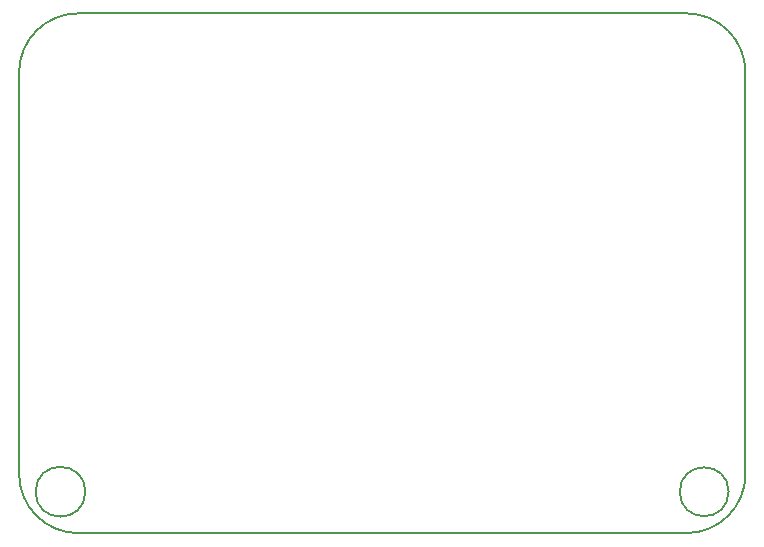
<source format=gbr>
G04 #@! TF.GenerationSoftware,KiCad,Pcbnew,5.0.1*
G04 #@! TF.CreationDate,2018-12-10T22:32:32+01:00*
G04 #@! TF.ProjectId,tamtam_board,74616D74616D5F626F6172642E6B6963,rev?*
G04 #@! TF.SameCoordinates,Original*
G04 #@! TF.FileFunction,Profile,NP*
%FSLAX46Y46*%
G04 Gerber Fmt 4.6, Leading zero omitted, Abs format (unit mm)*
G04 Created by KiCad (PCBNEW 5.0.1) date dilluns, 10 de desembre de 2018, 22:32:32 CET*
%MOMM*%
%LPD*%
G01*
G04 APERTURE LIST*
%ADD10C,0.150000*%
G04 APERTURE END LIST*
D10*
X56120000Y-66740000D02*
G75*
G03X56120000Y-66740000I-2110000J0D01*
G01*
X110580000Y-66740000D02*
G75*
G03X110580000Y-66740000I-2070000J0D01*
G01*
X55510000Y-70240000D02*
X107010000Y-70240000D01*
X50510000Y-31240000D02*
X50510000Y-65240000D01*
X107010000Y-26240000D02*
X55510000Y-26240000D01*
X112010000Y-65240000D02*
X112010000Y-31260000D01*
X55530000Y-70239960D02*
G75*
G02X50510000Y-65240000I-20000J4999960D01*
G01*
X50510000Y-31240000D02*
G75*
G02X55510000Y-26240000I5000000J0D01*
G01*
X107010000Y-26240000D02*
G75*
G02X112010000Y-31240000I0J-5000000D01*
G01*
X112010000Y-65240000D02*
G75*
G02X107010000Y-70240000I-5000000J0D01*
G01*
M02*

</source>
